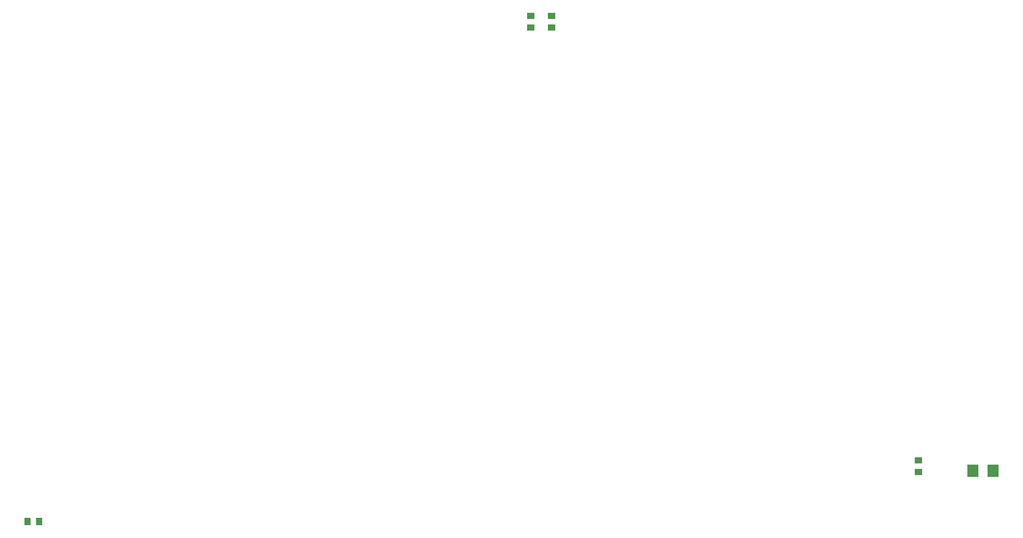
<source format=gbr>
G04 EAGLE Gerber RS-274X export*
G75*
%MOMM*%
%FSLAX34Y34*%
%LPD*%
%INSolderpaste Top*%
%IPPOS*%
%AMOC8*
5,1,8,0,0,1.08239X$1,22.5*%
G01*
%ADD10R,1.031241X0.949959*%
%ADD11R,0.949959X1.031241*%
%ADD12R,1.600000X1.803000*%


D10*
X787400Y973201D03*
X787400Y957199D03*
X758190Y973201D03*
X758190Y957199D03*
D11*
X77851Y273050D03*
X61849Y273050D03*
D10*
X1295400Y341249D03*
X1295400Y357251D03*
D12*
X1370080Y342900D03*
X1398520Y342900D03*
M02*

</source>
